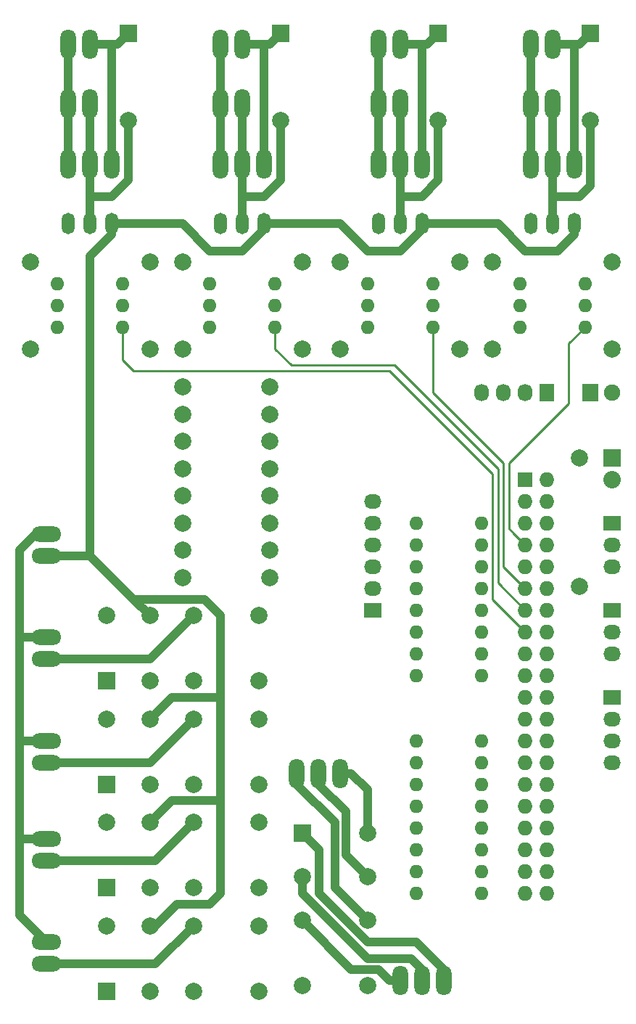
<source format=gbr>
G04 #@! TF.FileFunction,Copper,L2,Bot,Signal*
%FSLAX46Y46*%
G04 Gerber Fmt 4.6, Leading zero omitted, Abs format (unit mm)*
G04 Created by KiCad (PCBNEW 4.0.2+dfsg1-stable) date ven. 23 juin 2017 15:57:35 CEST*
%MOMM*%
G01*
G04 APERTURE LIST*
%ADD10C,0.100000*%
%ADD11O,1.600000X1.600000*%
%ADD12C,1.998980*%
%ADD13R,1.998980X1.998980*%
%ADD14R,2.032000X1.727200*%
%ADD15O,2.032000X1.727200*%
%ADD16R,1.900000X2.000000*%
%ADD17C,1.900000*%
%ADD18R,1.727200X1.727200*%
%ADD19O,1.727200X1.727200*%
%ADD20O,1.800860X3.500120*%
%ADD21O,3.500120X1.800860*%
%ADD22O,1.501140X2.499360*%
%ADD23R,1.727200X2.032000*%
%ADD24O,1.727200X2.032000*%
%ADD25R,2.032000X2.032000*%
%ADD26O,2.032000X2.032000*%
%ADD27C,1.000000*%
%ADD28C,0.250000*%
G04 APERTURE END LIST*
D10*
D11*
X253365000Y-73660000D03*
X253365000Y-71120000D03*
X253365000Y-68580000D03*
X245745000Y-68580000D03*
X245745000Y-71120000D03*
X245745000Y-73660000D03*
D12*
X238125000Y-76200000D03*
X238125000Y-66040000D03*
X242570000Y-76200000D03*
X242570000Y-66040000D03*
X224155000Y-76200000D03*
X224155000Y-66040000D03*
D13*
X215265000Y-127000000D03*
D12*
X220345000Y-127000000D03*
X225425000Y-127000000D03*
X233045000Y-127000000D03*
X233045000Y-119380000D03*
X225425000Y-119380000D03*
X220345000Y-119380000D03*
X215265000Y-119380000D03*
D13*
X215265000Y-139065000D03*
D12*
X220345000Y-139065000D03*
X225425000Y-139065000D03*
X233045000Y-139065000D03*
X233045000Y-131445000D03*
X225425000Y-131445000D03*
X220345000Y-131445000D03*
X215265000Y-131445000D03*
D13*
X238125000Y-132715000D03*
D12*
X238125000Y-137795000D03*
X238125000Y-142875000D03*
X238125000Y-150495000D03*
X245745000Y-150495000D03*
X245745000Y-142875000D03*
X245745000Y-137795000D03*
X245745000Y-132715000D03*
D11*
X259080000Y-139700000D03*
X259080000Y-137160000D03*
X259080000Y-134620000D03*
X259080000Y-132080000D03*
X259080000Y-129540000D03*
X259080000Y-127000000D03*
X259080000Y-124460000D03*
X259080000Y-121920000D03*
X251460000Y-121920000D03*
X251460000Y-124460000D03*
X251460000Y-127000000D03*
X251460000Y-129540000D03*
X251460000Y-132080000D03*
X251460000Y-134620000D03*
X251460000Y-137160000D03*
X251460000Y-139700000D03*
X251460000Y-96520000D03*
X251460000Y-99060000D03*
X251460000Y-101600000D03*
X251460000Y-104140000D03*
X251460000Y-106680000D03*
X251460000Y-109220000D03*
X251460000Y-111760000D03*
X251460000Y-114300000D03*
X259080000Y-114300000D03*
X259080000Y-111760000D03*
X259080000Y-109220000D03*
X259080000Y-106680000D03*
X259080000Y-104140000D03*
X259080000Y-101600000D03*
X259080000Y-99060000D03*
X259080000Y-96520000D03*
D14*
X274320000Y-116840000D03*
D15*
X274320000Y-119380000D03*
X274320000Y-121920000D03*
X274320000Y-124460000D03*
D12*
X271782540Y-49530000D03*
D13*
X271782540Y-39370000D03*
D12*
X254002540Y-49530000D03*
D13*
X254002540Y-39370000D03*
D12*
X235587540Y-49530000D03*
D13*
X235587540Y-39370000D03*
D12*
X217807540Y-49530000D03*
D13*
X217807540Y-39370000D03*
D16*
X271780000Y-81280000D03*
D17*
X274320000Y-81280000D03*
D18*
X264160000Y-91440000D03*
D19*
X266700000Y-91440000D03*
X264160000Y-93980000D03*
X266700000Y-93980000D03*
X264160000Y-96520000D03*
X266700000Y-96520000D03*
X264160000Y-99060000D03*
X266700000Y-99060000D03*
X264160000Y-101600000D03*
X266700000Y-101600000D03*
X264160000Y-104140000D03*
X266700000Y-104140000D03*
X264160000Y-106680000D03*
X266700000Y-106680000D03*
X264160000Y-109220000D03*
X266700000Y-109220000D03*
X264160000Y-111760000D03*
X266700000Y-111760000D03*
X264160000Y-114300000D03*
X266700000Y-114300000D03*
X264160000Y-116840000D03*
X266700000Y-116840000D03*
X264160000Y-119380000D03*
X266700000Y-119380000D03*
X264160000Y-121920000D03*
X266700000Y-121920000D03*
X264160000Y-124460000D03*
X266700000Y-124460000D03*
X264160000Y-127000000D03*
X266700000Y-127000000D03*
X264160000Y-129540000D03*
X266700000Y-129540000D03*
X264160000Y-132080000D03*
X266700000Y-132080000D03*
X264160000Y-134620000D03*
X266700000Y-134620000D03*
X264160000Y-137160000D03*
X266700000Y-137160000D03*
X264160000Y-139700000D03*
X266700000Y-139700000D03*
D14*
X274320000Y-96520000D03*
D15*
X274320000Y-99060000D03*
X274320000Y-101600000D03*
D14*
X274320000Y-106680000D03*
D15*
X274320000Y-109220000D03*
X274320000Y-111760000D03*
D20*
X264795000Y-54610000D03*
X267335000Y-54610000D03*
X269875000Y-54610000D03*
X247015000Y-54610000D03*
X249555000Y-54610000D03*
X252095000Y-54610000D03*
X228600000Y-54610000D03*
X231140000Y-54610000D03*
X233680000Y-54610000D03*
X210820000Y-54610000D03*
X213360000Y-54610000D03*
X215900000Y-54610000D03*
D21*
X208280000Y-147955000D03*
X208280000Y-145415000D03*
X208280000Y-135890000D03*
X208280000Y-133350000D03*
X208280000Y-124460000D03*
X208280000Y-121920000D03*
X208280000Y-112395000D03*
X208280000Y-109855000D03*
D20*
X249555000Y-149860000D03*
X252095000Y-149860000D03*
X254635000Y-149860000D03*
X237490000Y-125730000D03*
X240030000Y-125730000D03*
X242570000Y-125730000D03*
X267335000Y-40640000D03*
X264795000Y-40640000D03*
X249555000Y-40640000D03*
X247015000Y-40640000D03*
X231140000Y-40640000D03*
X228600000Y-40640000D03*
X213360000Y-40640000D03*
X210820000Y-40640000D03*
D14*
X246380000Y-106680000D03*
D15*
X246380000Y-104140000D03*
X246380000Y-101600000D03*
X246380000Y-99060000D03*
X246380000Y-96520000D03*
X246380000Y-93980000D03*
D21*
X208280000Y-100330000D03*
X208280000Y-97790000D03*
D20*
X267335000Y-47625000D03*
X264795000Y-47625000D03*
X249555000Y-47625000D03*
X247015000Y-47625000D03*
X231140000Y-47625000D03*
X228600000Y-47625000D03*
X213360000Y-47625000D03*
X210820000Y-47625000D03*
D22*
X267335000Y-61595000D03*
X264795000Y-61595000D03*
X269875000Y-61595000D03*
X249555000Y-61595000D03*
X247015000Y-61595000D03*
X252095000Y-61595000D03*
X231140000Y-61595000D03*
X228600000Y-61595000D03*
X233680000Y-61595000D03*
X213360000Y-61595000D03*
X210820000Y-61595000D03*
X215900000Y-61595000D03*
D11*
X271145000Y-73660000D03*
X271145000Y-71120000D03*
X271145000Y-68580000D03*
X263525000Y-68580000D03*
X263525000Y-71120000D03*
X263525000Y-73660000D03*
X234950000Y-73660000D03*
X234950000Y-71120000D03*
X234950000Y-68580000D03*
X227330000Y-68580000D03*
X227330000Y-71120000D03*
X227330000Y-73660000D03*
X217170000Y-73660000D03*
X217170000Y-71120000D03*
X217170000Y-68580000D03*
X209550000Y-68580000D03*
X209550000Y-71120000D03*
X209550000Y-73660000D03*
D23*
X266700000Y-81280000D03*
D24*
X264160000Y-81280000D03*
X261620000Y-81280000D03*
X259080000Y-81280000D03*
D25*
X274320000Y-88900000D03*
D26*
X274320000Y-91440000D03*
D13*
X215265000Y-151130000D03*
D12*
X220345000Y-151130000D03*
X225425000Y-151130000D03*
X233045000Y-151130000D03*
X233045000Y-143510000D03*
X225425000Y-143510000D03*
X220345000Y-143510000D03*
X215265000Y-143510000D03*
D13*
X215265000Y-114935000D03*
D12*
X220345000Y-114935000D03*
X225425000Y-114935000D03*
X233045000Y-114935000D03*
X233045000Y-107315000D03*
X225425000Y-107315000D03*
X220345000Y-107315000D03*
X215265000Y-107315000D03*
X206375000Y-76200000D03*
X206375000Y-66040000D03*
X260350000Y-76200000D03*
X260350000Y-66040000D03*
X270510000Y-88900000D03*
X270510000Y-103900000D03*
X224155000Y-83820000D03*
X234315000Y-83820000D03*
X224155000Y-90170000D03*
X234315000Y-90170000D03*
X224155000Y-96520000D03*
X234315000Y-96520000D03*
X224155000Y-102870000D03*
X234315000Y-102870000D03*
X224155000Y-80645000D03*
X234315000Y-80645000D03*
X224155000Y-86995000D03*
X234315000Y-86995000D03*
X224155000Y-93345000D03*
X234315000Y-93345000D03*
X224155000Y-99695000D03*
X234315000Y-99695000D03*
X220345000Y-76200000D03*
X220345000Y-66040000D03*
X256540000Y-76200000D03*
X256540000Y-66040000D03*
X274320000Y-76200000D03*
X274320000Y-66040000D03*
D27*
X267335000Y-58420000D02*
X270510000Y-58420000D01*
X271782540Y-57147460D02*
X271782540Y-49530000D01*
X270510000Y-58420000D02*
X271782540Y-57147460D01*
X267335000Y-47625000D02*
X267335000Y-54610000D01*
X267335000Y-54610000D02*
X267335000Y-58420000D01*
X267335000Y-58420000D02*
X267335000Y-61595000D01*
X269875000Y-54610000D02*
X269875000Y-40640000D01*
X267335000Y-40640000D02*
X269875000Y-40640000D01*
X269875000Y-40640000D02*
X270512540Y-40640000D01*
X270512540Y-40640000D02*
X271782540Y-39370000D01*
X249555000Y-58420000D02*
X252095000Y-58420000D01*
X254002540Y-56512460D02*
X254002540Y-49530000D01*
X249555000Y-47625000D02*
X249555000Y-54610000D01*
X249555000Y-61595000D02*
X249555000Y-58420000D01*
X249555000Y-58420000D02*
X249555000Y-54610000D01*
X252095000Y-58420000D02*
X254002540Y-56512460D01*
X252095000Y-54610000D02*
X252095000Y-40640000D01*
X249555000Y-40640000D02*
X252095000Y-40640000D01*
X252095000Y-40640000D02*
X252732540Y-40640000D01*
X252732540Y-40640000D02*
X254002540Y-39370000D01*
X231140000Y-58420000D02*
X233680000Y-58420000D01*
X235587540Y-56512460D02*
X235587540Y-49530000D01*
X233680000Y-58420000D02*
X235587540Y-56512460D01*
X231140000Y-61595000D02*
X231140000Y-58420000D01*
X231140000Y-58420000D02*
X231140000Y-54610000D01*
X231140000Y-54610000D02*
X231140000Y-47625000D01*
X233680000Y-54610000D02*
X233680000Y-40640000D01*
X231140000Y-40640000D02*
X233680000Y-40640000D01*
X233680000Y-40640000D02*
X234317540Y-40640000D01*
X234317540Y-40640000D02*
X235587540Y-39370000D01*
X213360000Y-58420000D02*
X215900000Y-58420000D01*
X217807540Y-56512460D02*
X217807540Y-49530000D01*
X215900000Y-58420000D02*
X217807540Y-56512460D01*
X213360000Y-61595000D02*
X213360000Y-58420000D01*
X213360000Y-58420000D02*
X213360000Y-54610000D01*
X213360000Y-54610000D02*
X213360000Y-47625000D01*
X215900000Y-54610000D02*
X215900000Y-40640000D01*
X213360000Y-40640000D02*
X215900000Y-40640000D01*
X215900000Y-40640000D02*
X216537540Y-40640000D01*
X216537540Y-40640000D02*
X217807540Y-39370000D01*
D28*
X264160000Y-99060000D02*
X262890000Y-97790000D01*
X269240000Y-75565000D02*
X271145000Y-73660000D01*
X269240000Y-82550000D02*
X269240000Y-75565000D01*
X262255000Y-89535000D02*
X269240000Y-82550000D01*
X262255000Y-92710000D02*
X262255000Y-89535000D01*
X262255000Y-97155000D02*
X262255000Y-92710000D01*
X262890000Y-97790000D02*
X262255000Y-97155000D01*
X264160000Y-99060000D02*
X263525000Y-99060000D01*
X264160000Y-104140000D02*
X261620000Y-101600000D01*
X253365000Y-81280000D02*
X253365000Y-73660000D01*
X261620000Y-89535000D02*
X253365000Y-81280000D01*
X261620000Y-101600000D02*
X261620000Y-89535000D01*
X264160000Y-106680000D02*
X260985000Y-103505000D01*
X234950000Y-76200000D02*
X234950000Y-73660000D01*
X236855000Y-78105000D02*
X234950000Y-76200000D01*
X248920000Y-78105000D02*
X236855000Y-78105000D01*
X260985000Y-90170000D02*
X248920000Y-78105000D01*
X260985000Y-93345000D02*
X260985000Y-90170000D01*
X260985000Y-103505000D02*
X260985000Y-93345000D01*
X217170000Y-77470000D02*
X217170000Y-73660000D01*
X218440000Y-78740000D02*
X217170000Y-77470000D01*
X248285000Y-78740000D02*
X218440000Y-78740000D01*
X260350000Y-90805000D02*
X248285000Y-78740000D01*
X260350000Y-100965000D02*
X260350000Y-90805000D01*
X260350000Y-105410000D02*
X260350000Y-100965000D01*
X264160000Y-109220000D02*
X260350000Y-105410000D01*
D27*
X252095000Y-149860000D02*
X252095000Y-148590000D01*
X252095000Y-148590000D02*
X250825000Y-147320000D01*
X250825000Y-147320000D02*
X245745000Y-147320000D01*
X245745000Y-147320000D02*
X238125000Y-139700000D01*
X238125000Y-139700000D02*
X238125000Y-137795000D01*
X249555000Y-149860000D02*
X248285000Y-149860000D01*
X243840000Y-148590000D02*
X238125000Y-142875000D01*
X247015000Y-148590000D02*
X243840000Y-148590000D01*
X248285000Y-149860000D02*
X247015000Y-148590000D01*
X264795000Y-47625000D02*
X264795000Y-40640000D01*
X264795000Y-54610000D02*
X264795000Y-47625000D01*
X247015000Y-47625000D02*
X247015000Y-54610000D01*
X247015000Y-40640000D02*
X247015000Y-47625000D01*
X228600000Y-47625000D02*
X228600000Y-54610000D01*
X228600000Y-40640000D02*
X228600000Y-47625000D01*
X210820000Y-47625000D02*
X210820000Y-54610000D01*
X210820000Y-40640000D02*
X210820000Y-47625000D01*
X208280000Y-109855000D02*
X205105000Y-109855000D01*
X208280000Y-121920000D02*
X205105000Y-121920000D01*
X208280000Y-133350000D02*
X205105000Y-133350000D01*
X208280000Y-97790000D02*
X207010000Y-97790000D01*
X207010000Y-97790000D02*
X205105000Y-99695000D01*
X205105000Y-99695000D02*
X205105000Y-109855000D01*
X205105000Y-109855000D02*
X205105000Y-121920000D01*
X205105000Y-121920000D02*
X205105000Y-133350000D01*
X205105000Y-133350000D02*
X205105000Y-142240000D01*
X205105000Y-142240000D02*
X208280000Y-145415000D01*
X254635000Y-149860000D02*
X254635000Y-148590000D01*
X254635000Y-148590000D02*
X251460000Y-145415000D01*
X251460000Y-145415000D02*
X245745000Y-145415000D01*
X245745000Y-145415000D02*
X240099998Y-139769998D01*
X240099998Y-139769998D02*
X240099998Y-134689998D01*
X240099998Y-134689998D02*
X238125000Y-132715000D01*
X242570000Y-125730000D02*
X243840000Y-125730000D01*
X245745000Y-127635000D02*
X245745000Y-132715000D01*
X243840000Y-125730000D02*
X245745000Y-127635000D01*
X237490000Y-125730000D02*
X237490000Y-127000000D01*
X237490000Y-127000000D02*
X241935000Y-131445000D01*
X241935000Y-131445000D02*
X241935000Y-139065000D01*
X241935000Y-139065000D02*
X245745000Y-142875000D01*
X240030000Y-125730000D02*
X240030000Y-127000000D01*
X240030000Y-127000000D02*
X243205000Y-130175000D01*
X243205000Y-135255000D02*
X245745000Y-137795000D01*
X243205000Y-130175000D02*
X243205000Y-135255000D01*
X208280000Y-147955000D02*
X220980000Y-147955000D01*
X220980000Y-147955000D02*
X225425000Y-143510000D01*
X228600000Y-116840000D02*
X228600000Y-107315000D01*
X226695000Y-105410000D02*
X218440000Y-105410000D01*
X228600000Y-107315000D02*
X226695000Y-105410000D01*
X213360000Y-100330000D02*
X218440000Y-105410000D01*
X218440000Y-105410000D02*
X220345000Y-107315000D01*
X215900000Y-61595000D02*
X215900000Y-62865000D01*
X213360000Y-65405000D02*
X213360000Y-100330000D01*
X215900000Y-62865000D02*
X213360000Y-65405000D01*
X215900000Y-61595000D02*
X215900000Y-62230000D01*
X220345000Y-119380000D02*
X222885000Y-116840000D01*
X222885000Y-116840000D02*
X228600000Y-116840000D01*
X220345000Y-131445000D02*
X222250000Y-129540000D01*
X222885000Y-128905000D02*
X228600000Y-128905000D01*
X222250000Y-129540000D02*
X222885000Y-128905000D01*
X220345000Y-143510000D02*
X220980000Y-143510000D01*
X220980000Y-143510000D02*
X223520000Y-140970000D01*
X223520000Y-140970000D02*
X227330000Y-140970000D01*
X227330000Y-140970000D02*
X228600000Y-139700000D01*
X228600000Y-139700000D02*
X228600000Y-128905000D01*
X228600000Y-128905000D02*
X228600000Y-116840000D01*
X213360000Y-100330000D02*
X208280000Y-100330000D01*
X215900000Y-61595000D02*
X224155000Y-61595000D01*
X227330000Y-64770000D02*
X224155000Y-61595000D01*
X231140000Y-64770000D02*
X233680000Y-62230000D01*
X231140000Y-64770000D02*
X227330000Y-64770000D01*
X233680000Y-61595000D02*
X242570000Y-61595000D01*
X249555000Y-64770000D02*
X252095000Y-62230000D01*
X245745000Y-64770000D02*
X242570000Y-61595000D01*
X249555000Y-64770000D02*
X245745000Y-64770000D01*
X233680000Y-61595000D02*
X233680000Y-62230000D01*
X252095000Y-61595000D02*
X252095000Y-62230000D01*
X269875000Y-61595000D02*
X269875000Y-62865000D01*
X260985000Y-61595000D02*
X252095000Y-61595000D01*
X264160000Y-64770000D02*
X260985000Y-61595000D01*
X267970000Y-64770000D02*
X264160000Y-64770000D01*
X269875000Y-62865000D02*
X267970000Y-64770000D01*
X208280000Y-135890000D02*
X220980000Y-135890000D01*
X220980000Y-135890000D02*
X225425000Y-131445000D01*
X208280000Y-124460000D02*
X220345000Y-124460000D01*
X220345000Y-124460000D02*
X225425000Y-119380000D01*
X208280000Y-112395000D02*
X220345000Y-112395000D01*
X220345000Y-112395000D02*
X225425000Y-107315000D01*
M02*

</source>
